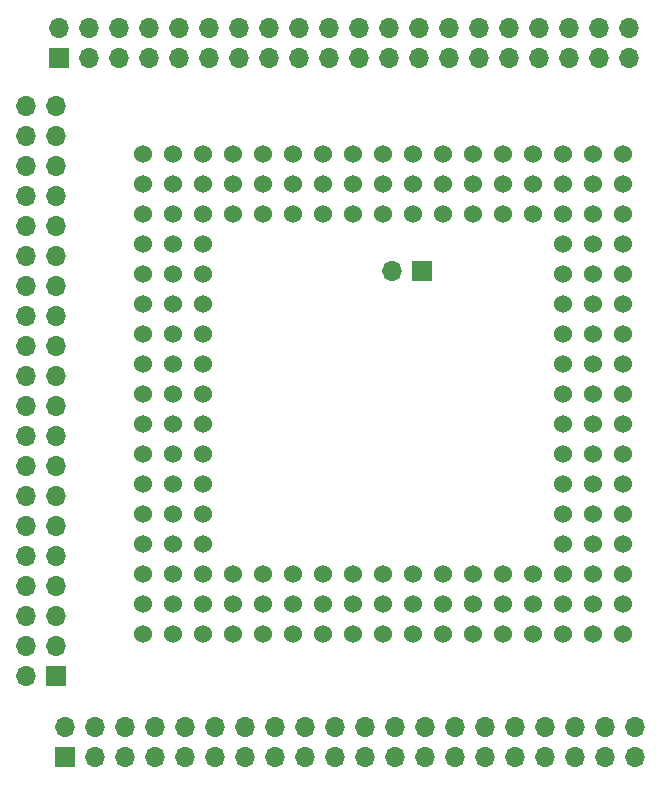
<source format=gbr>
%TF.GenerationSoftware,KiCad,Pcbnew,7.0.10*%
%TF.CreationDate,2024-03-06T13:03:10+02:00*%
%TF.ProjectId,486Interposer,34383649-6e74-4657-9270-6f7365722e6b,rev?*%
%TF.SameCoordinates,Original*%
%TF.FileFunction,Soldermask,Top*%
%TF.FilePolarity,Negative*%
%FSLAX46Y46*%
G04 Gerber Fmt 4.6, Leading zero omitted, Abs format (unit mm)*
G04 Created by KiCad (PCBNEW 7.0.10) date 2024-03-06 13:03:10*
%MOMM*%
%LPD*%
G01*
G04 APERTURE LIST*
%ADD10R,1.700000X1.700000*%
%ADD11O,1.700000X1.700000*%
%ADD12C,1.524000*%
G04 APERTURE END LIST*
D10*
%TO.C,J1*%
X110973800Y-72424200D03*
D11*
X110973800Y-69884200D03*
X113513800Y-72424200D03*
X113513800Y-69884200D03*
X116053800Y-72424200D03*
X116053800Y-69884200D03*
X118593800Y-72424200D03*
X118593800Y-69884200D03*
X121133800Y-72424200D03*
X121133800Y-69884200D03*
X123673800Y-72424200D03*
X123673800Y-69884200D03*
X126213800Y-72424200D03*
X126213800Y-69884200D03*
X128753800Y-72424200D03*
X128753800Y-69884200D03*
X131293800Y-72424200D03*
X131293800Y-69884200D03*
X133833800Y-72424200D03*
X133833800Y-69884200D03*
X136373800Y-72424200D03*
X136373800Y-69884200D03*
X138913800Y-72424200D03*
X138913800Y-69884200D03*
X141453800Y-72424200D03*
X141453800Y-69884200D03*
X143993800Y-72424200D03*
X143993800Y-69884200D03*
X146533800Y-72424200D03*
X146533800Y-69884200D03*
X149073800Y-72424200D03*
X149073800Y-69884200D03*
X151613800Y-72424200D03*
X151613800Y-69884200D03*
X154153800Y-72424200D03*
X154153800Y-69884200D03*
X156693800Y-72424200D03*
X156693800Y-69884200D03*
X159233800Y-72424200D03*
X159233800Y-69884200D03*
%TD*%
D10*
%TO.C,J4*%
X141707800Y-90396200D03*
D11*
X139167800Y-90396200D03*
%TD*%
D10*
%TO.C,J2*%
X110714800Y-124743200D03*
D11*
X108174800Y-124743200D03*
X110714800Y-122203200D03*
X108174800Y-122203200D03*
X110714800Y-119663200D03*
X108174800Y-119663200D03*
X110714800Y-117123200D03*
X108174800Y-117123200D03*
X110714800Y-114583200D03*
X108174800Y-114583200D03*
X110714800Y-112043200D03*
X108174800Y-112043200D03*
X110714800Y-109503200D03*
X108174800Y-109503200D03*
X110714800Y-106963200D03*
X108174800Y-106963200D03*
X110714800Y-104423200D03*
X108174800Y-104423200D03*
X110714800Y-101883200D03*
X108174800Y-101883200D03*
X110714800Y-99343200D03*
X108174800Y-99343200D03*
X110714800Y-96803200D03*
X108174800Y-96803200D03*
X110714800Y-94263200D03*
X108174800Y-94263200D03*
X110714800Y-91723200D03*
X108174800Y-91723200D03*
X110714800Y-89183200D03*
X108174800Y-89183200D03*
X110714800Y-86643200D03*
X108174800Y-86643200D03*
X110714800Y-84103200D03*
X108174800Y-84103200D03*
X110714800Y-81563200D03*
X108174800Y-81563200D03*
X110714800Y-79023200D03*
X108174800Y-79023200D03*
X110714800Y-76483200D03*
X108174800Y-76483200D03*
%TD*%
D12*
%TO.C,U1*%
X158720800Y-80547200D03*
X158720800Y-83087200D03*
X158720800Y-85627200D03*
X158720800Y-88167200D03*
X158720800Y-90707200D03*
X158720800Y-93247200D03*
X158720800Y-95787200D03*
X158720800Y-98327200D03*
X158720800Y-100867200D03*
X158720800Y-103407200D03*
X158720800Y-105947200D03*
X158720800Y-108487200D03*
X158720800Y-111027200D03*
X158720800Y-113567200D03*
X158720800Y-116107200D03*
X158720800Y-118647200D03*
X158720800Y-121187200D03*
X156180800Y-80547200D03*
X156180800Y-83087200D03*
X156180800Y-85627200D03*
X156180800Y-88167200D03*
X156180800Y-90707200D03*
X156180800Y-93247200D03*
X156180800Y-95787200D03*
X156180800Y-98327200D03*
X156180800Y-100867200D03*
X156180800Y-103407200D03*
X156180800Y-105947200D03*
X156180800Y-108487200D03*
X156180800Y-111027200D03*
X156180800Y-113567200D03*
X156180800Y-116107200D03*
X156180800Y-118647200D03*
X156180800Y-121187200D03*
X153640800Y-80547200D03*
X153640800Y-83087200D03*
X153640800Y-85627200D03*
X153640800Y-88167200D03*
X153640800Y-90707200D03*
X153640800Y-93247200D03*
X153640800Y-95787200D03*
X153640800Y-98327200D03*
X153640800Y-100867200D03*
X153640800Y-103407200D03*
X153640800Y-105947200D03*
X153640800Y-108487200D03*
X153640800Y-111027200D03*
X153640800Y-113567200D03*
X153640800Y-116107200D03*
X153640800Y-118647200D03*
X153640800Y-121187200D03*
X151100800Y-80547200D03*
X151100800Y-83087200D03*
X151100800Y-85627200D03*
X151100800Y-116107200D03*
X151100800Y-118647200D03*
X151100800Y-121187200D03*
X148560800Y-80547200D03*
X148560800Y-83087200D03*
X148560800Y-85627200D03*
X148560800Y-116107200D03*
X148560800Y-118647200D03*
X148560800Y-121187200D03*
X146020800Y-80547200D03*
X146020800Y-83087200D03*
X146020800Y-85627200D03*
X146020800Y-116107200D03*
X146020800Y-118647200D03*
X146020800Y-121187200D03*
X143480800Y-80547200D03*
X143480800Y-83087200D03*
X143480800Y-85627200D03*
X143480800Y-116107200D03*
X143480800Y-118647200D03*
X143480800Y-121187200D03*
X140940800Y-80547200D03*
X140940800Y-83087200D03*
X140940800Y-85627200D03*
X140940800Y-116107200D03*
X140940800Y-118647200D03*
X140940800Y-121187200D03*
X138400800Y-80547200D03*
X138400800Y-83087200D03*
X138400800Y-85627200D03*
X138400800Y-116107200D03*
X138400800Y-118647200D03*
X138400800Y-121187200D03*
X135860800Y-80547200D03*
X135860800Y-83087200D03*
X135860800Y-85627200D03*
X135860800Y-116107200D03*
X135860800Y-118647200D03*
X135860800Y-121187200D03*
X133320800Y-80547200D03*
X133320800Y-83087200D03*
X133320800Y-85627200D03*
X133320800Y-116107200D03*
X133320800Y-118647200D03*
X133320800Y-121187200D03*
X130780800Y-80547200D03*
X130780800Y-83087200D03*
X130780800Y-85627200D03*
X130780800Y-116107200D03*
X130780800Y-118647200D03*
X130780800Y-121187200D03*
X128240800Y-80547200D03*
X128240800Y-83087200D03*
X128240800Y-85627200D03*
X128240800Y-116107200D03*
X128240800Y-118647200D03*
X128240800Y-121187200D03*
X125700800Y-80547200D03*
X125700800Y-83087200D03*
X125700800Y-85627200D03*
X125700800Y-116107200D03*
X125700800Y-118647200D03*
X125700800Y-121187200D03*
X123160800Y-80547200D03*
X123160800Y-83087200D03*
X123160800Y-85627200D03*
X123160800Y-88167200D03*
X123160800Y-90707200D03*
X123160800Y-93247200D03*
X123160800Y-95787200D03*
X123160800Y-98327200D03*
X123160800Y-100867200D03*
X123160800Y-103407200D03*
X123160800Y-105947200D03*
X123160800Y-108487200D03*
X123160800Y-111027200D03*
X123160800Y-113567200D03*
X123160800Y-116107200D03*
X123160800Y-118647200D03*
X123160800Y-121187200D03*
X120620800Y-80547200D03*
X120620800Y-83087200D03*
X120620800Y-85627200D03*
X120620800Y-88167200D03*
X120620800Y-90707200D03*
X120620800Y-93247200D03*
X120620800Y-95787200D03*
X120620800Y-98327200D03*
X120620800Y-100867200D03*
X120620800Y-103407200D03*
X120620800Y-105947200D03*
X120620800Y-108487200D03*
X120620800Y-111027200D03*
X120620800Y-113567200D03*
X120620800Y-116107200D03*
X120620800Y-118647200D03*
X120620800Y-121187200D03*
X118080800Y-80547200D03*
X118080800Y-83087200D03*
X118080800Y-85627200D03*
X118080800Y-88167200D03*
X118080800Y-90707200D03*
X118080800Y-93247200D03*
X118080800Y-95787200D03*
X118080800Y-98327200D03*
X118080800Y-100867200D03*
X118080800Y-103407200D03*
X118080800Y-105947200D03*
X118080800Y-108487200D03*
X118080800Y-111027200D03*
X118080800Y-113567200D03*
X118080800Y-116107200D03*
X118080800Y-118647200D03*
X118080800Y-121187200D03*
%TD*%
D10*
%TO.C,J3*%
X111476800Y-131601200D03*
D11*
X111476800Y-129061200D03*
X114016800Y-131601200D03*
X114016800Y-129061200D03*
X116556800Y-131601200D03*
X116556800Y-129061200D03*
X119096800Y-131601200D03*
X119096800Y-129061200D03*
X121636800Y-131601200D03*
X121636800Y-129061200D03*
X124176800Y-131601200D03*
X124176800Y-129061200D03*
X126716800Y-131601200D03*
X126716800Y-129061200D03*
X129256800Y-131601200D03*
X129256800Y-129061200D03*
X131796800Y-131601200D03*
X131796800Y-129061200D03*
X134336800Y-131601200D03*
X134336800Y-129061200D03*
X136876800Y-131601200D03*
X136876800Y-129061200D03*
X139416800Y-131601200D03*
X139416800Y-129061200D03*
X141956800Y-131601200D03*
X141956800Y-129061200D03*
X144496800Y-131601200D03*
X144496800Y-129061200D03*
X147036800Y-131601200D03*
X147036800Y-129061200D03*
X149576800Y-131601200D03*
X149576800Y-129061200D03*
X152116800Y-131601200D03*
X152116800Y-129061200D03*
X154656800Y-131601200D03*
X154656800Y-129061200D03*
X157196800Y-131601200D03*
X157196800Y-129061200D03*
X159736800Y-131601200D03*
X159736800Y-129061200D03*
%TD*%
M02*

</source>
